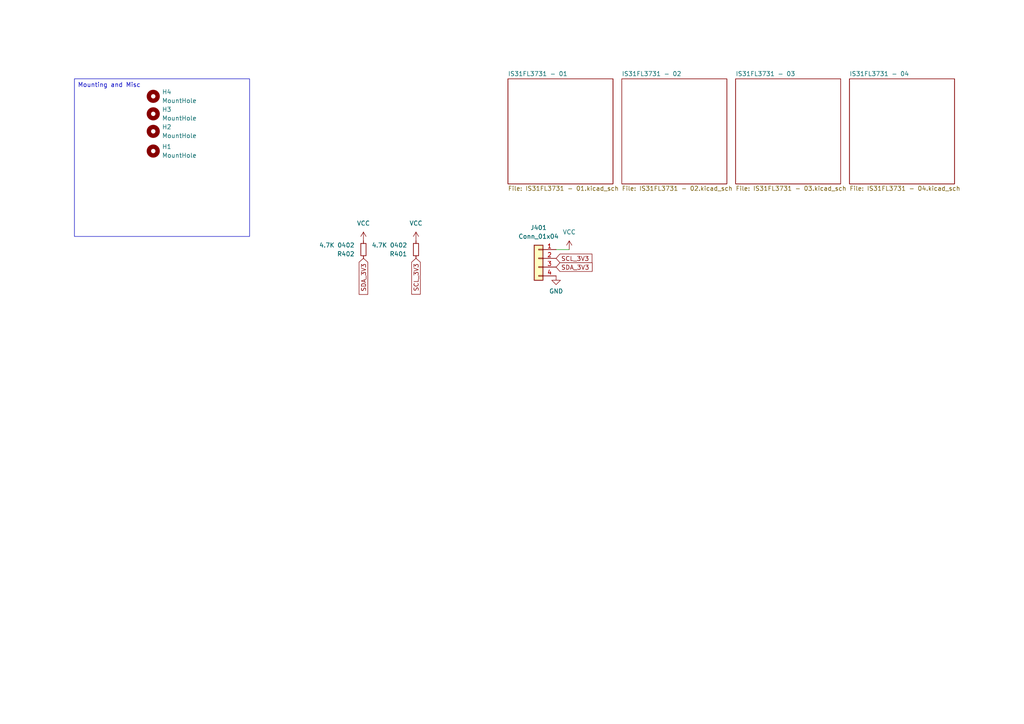
<source format=kicad_sch>
(kicad_sch (version 20231120) (generator "eeschema") (generator_version "8.0")
  (paper "A4")
  (lib_symbols
    (symbol "Connector_Generic:Conn_01x04" (pin_names (offset 1.016) hide)
      (property "Reference" "J" (at 0 5.08 0))
      (property "Value" "Conn_01x04" (at 0 -7.62 0))
      (symbol "Conn_01x04_1_1"
        (rectangle (start -1.27 -4.953) (end 0 -5.207) (stroke (width 0.1524)))
        (rectangle (start -1.27 -2.413) (end 0 -2.667) (stroke (width 0.1524)))
        (rectangle (start -1.27 0.127) (end 0 -0.127) (stroke (width 0.1524)))
        (rectangle (start -1.27 2.667) (end 0 2.413) (stroke (width 0.1524)))
        (rectangle (start -1.27 3.81) (end 1.27 -6.35) (stroke (width 0.254)) (fill (type background)))
        (pin passive line (at -5.08 2.54 0) (length 3.81) (name "Pin_1") (number "1"))
        (pin passive line (at -5.08 0 0) (length 3.81) (name "Pin_2") (number "2"))
        (pin passive line (at -5.08 -2.54 0) (length 3.81) (name "Pin_3") (number "3"))
        (pin passive line (at -5.08 -5.08 0) (length 3.81) (name "Pin_4") (number "4"))
      )
    )
    (symbol "Device:R_Small" (pin_numbers hide) (pin_names (offset 0.254) hide)
      (property "Reference" "R" (at 0.762 0.508 0))
      (property "Value" "R_Small" (at 0.762 -1.016 0))
      (symbol "R_Small_0_1"
        (rectangle (start -0.762 1.778) (end 0.762 -1.778) (stroke (width 0.2032)))
      )
      (symbol "R_Small_1_1"
        (pin passive line (at 0 2.54 270) (length 0.762) (name "~") (number "1"))
        (pin passive line (at 0 -2.54 90) (length 0.762) (name "~") (number "2"))
      )
    )
    (symbol "Mechanical:MountingHole" (pin_names (offset 1.016))
      (property "Reference" "H" (at 0 5.08 0))
      (property "Value" "MountingHole" (at 0 3.175 0))
      (symbol "MountingHole_0_1"
        (circle (center 0 0) (radius 1.27) (stroke (width 1.27)))
      )
    )
    (symbol "power:GND" (power) (pin_names (offset 0))
      (property "Value" "GND" (at 0 -3.81 0))
      (symbol "GND_0_1"
        (polyline (pts (xy 0 0) (xy 0 -1.27) (xy 1.27 -1.27) (xy 0 -2.54) (xy -1.27 -1.27) (xy 0 -1.27)))
      )
      (symbol "GND_1_1"
        (pin power_in line (at 0 0 270) (length 0) hide (name "GND") (number "1"))
      )
    )
    (symbol "power:VCC" (power) (pin_names (offset 0))
      (property "Value" "VCC" (at 0 3.81 0))
      (symbol "VCC_0_1"
        (polyline (pts (xy -0.762 1.27) (xy 0 2.54)))
        (polyline (pts (xy 0 0) (xy 0 2.54)))
        (polyline (pts (xy 0 2.54) (xy 0.762 1.27)))
      )
      (symbol "VCC_1_1"
        (pin power_in line (at 0 0 90) (length 0) hide (name "VCC") (number "1"))
      )
    )
  )
  (wire (pts (xy 165.1 72.39) (xy 161.29 72.39)))
  (text_box "Mounting and Misc" (at 21.59 22.86 0) (size 50.8 45.72) (effects (font (size 1.27 1.27)) (justify left top)))
  (global_label "SDA_3V3" (shape input) (at 161.29 77.47 0) (property "Intersheetrefs" "${INTERSHEET_REFS}" (effects (hide yes))))
  (global_label "SCL_3V3" (shape input) (at 161.29 74.93 0) (property "Intersheetrefs" "${INTERSHEET_REFS}" (effects (hide yes))))
  (global_label "SCL_3V3" (shape input) (at 120.65 74.93 270) (property "Intersheetrefs" "${INTERSHEET_REFS}" (effects (hide yes))))
  (global_label "SDA_3V3" (shape input) (at 105.41 74.93 270) (property "Intersheetrefs" "${INTERSHEET_REFS}" (effects (hide yes))))
  (symbol (lib_id "Mechanical:MountingHole") (at 44.45 33.02 0) (unit 1)
    (property "Reference" "H3" (at 46.99 31.75 0) (effects (justify left)))
    (property "Value" "MountHole" (at 46.99 34.29 0) (effects (justify left)))
    (property "Footprint" "MountingHole:MountingHole_2.2mm_M2" (effects (hide yes)))
  )
  (symbol (lib_id "Device:R_Small") (at 120.65 72.39 180) (unit 1)
    (property "Reference" "R401" (at 118.11 73.6601 0) (effects (justify left)))
    (property "Value" "4.7K 0402" (at 118.11 71.1201 0) (effects (justify left)))
    (property "Footprint" "Resistor_SMD:R_0402_1005Metric" (effects (hide yes)))
    (property "Description" "Resistor, small symbol" (effects (hide yes)))
  )
  (symbol (lib_id "power:VCC") (at 120.65 69.85 0) (unit 1)
    (property "Reference" "#PWR0403" (effects (hide yes)))
    (property "Value" "VCC" (at 120.65 64.77 0))
  )
  (symbol (lib_id "Mechanical:MountingHole") (at 44.45 38.1 0) (unit 1)
    (property "Reference" "H2" (at 46.99 36.83 0) (effects (justify left)))
    (property "Value" "MountHole" (at 46.99 39.37 0) (effects (justify left)))
    (property "Footprint" "MountingHole:MountingHole_2.2mm_M2" (effects (hide yes)))
  )
  (symbol (lib_id "Mechanical:MountingHole") (at 44.45 27.94 0) (unit 1)
    (property "Reference" "H4" (at 46.99 26.67 0) (effects (justify left)))
    (property "Value" "MountHole" (at 46.99 29.21 0) (effects (justify left)))
    (property "Footprint" "MountingHole:MountingHole_2.2mm_M2" (effects (hide yes)))
  )
  (symbol (lib_id "Connector_Generic:Conn_01x04") (at 156.21 74.93 0) (mirror y) (unit 1)
    (property "Reference" "J401" (at 156.21 66.04 0))
    (property "Value" "Conn_01x04" (at 156.21 68.58 0))
    (property "Footprint" "Connector_PinSocket_2.54mm:PinSocket_1x04_P2.54mm_Vertical" (effects (hide yes)))
  )
  (symbol (lib_id "power:GND") (at 161.29 80.01 0) (unit 1)
    (property "Reference" "#PWR0404" (effects (hide yes)))
    (property "Value" "GND" (at 161.29 84.455 0))
  )
  (symbol (lib_id "Device:R_Small") (at 105.41 72.39 180) (unit 1)
    (property "Reference" "R402" (at 102.87 73.6601 0) (effects (justify left)))
    (property "Value" "4.7K 0402" (at 102.87 71.1201 0) (effects (justify left)))
    (property "Footprint" "Resistor_SMD:R_0402_1005Metric" (effects (hide yes)))
    (property "Description" "Resistor, small symbol" (effects (hide yes)))
  )
  (symbol (lib_id "Mechanical:MountingHole") (at 44.45 43.815 0) (unit 1)
    (property "Reference" "H1" (at 46.99 42.545 0) (effects (justify left)))
    (property "Value" "MountHole" (at 46.99 45.085 0) (effects (justify left)))
    (property "Footprint" "MountingHole:MountingHole_2.2mm_M2" (effects (hide yes)))
  )
  (symbol (lib_id "power:VCC") (at 105.41 69.85 0) (unit 1)
    (property "Reference" "#PWR0402" (effects (hide yes)))
    (property "Value" "VCC" (at 105.41 64.77 0))
  )
  (symbol (lib_id "power:VCC") (at 165.1 72.39 0) (unit 1)
    (property "Reference" "#PWR0401" (effects (hide yes)))
    (property "Value" "VCC" (at 165.1 67.31 0))
  )
  (sheet (at 180.34 22.86) (size 30.48 30.48) (stroke (width 0.1524))
    (property "Sheetname" "IS31FL3731 - 02" (at 180.34 22.1484 0) (effects (justify left bottom)))
    (property "Sheetfile" "IS31FL3731 - 02.kicad_sch" (at 180.34 53.9246 0) (effects (justify left top)))
  )
  (sheet (at 246.38 22.86) (size 30.48 30.48) (stroke (width 0.1524))
    (property "Sheetname" "IS31FL3731 - 04" (at 246.38 22.1484 0) (effects (justify left bottom)))
    (property "Sheetfile" "IS31FL3731 - 04.kicad_sch" (at 246.38 53.9246 0) (effects (justify left top)))
  )
  (sheet (at 213.36 22.86) (size 30.48 30.48) (stroke (width 0.1524))
    (property "Sheetname" "IS31FL3731 - 03" (at 213.36 22.1484 0) (effects (justify left bottom)))
    (property "Sheetfile" "IS31FL3731 - 03.kicad_sch" (at 213.36 53.9246 0) (effects (justify left top)))
  )
  (sheet (at 147.32 22.86) (size 30.48 30.48) (stroke (width 0.1524))
    (property "Sheetname" "IS31FL3731 - 01" (at 147.32 22.1484 0) (effects (justify left bottom)))
    (property "Sheetfile" "IS31FL3731 - 01.kicad_sch" (at 147.32 53.9246 0) (effects (justify left top)))
  )
)
</source>
